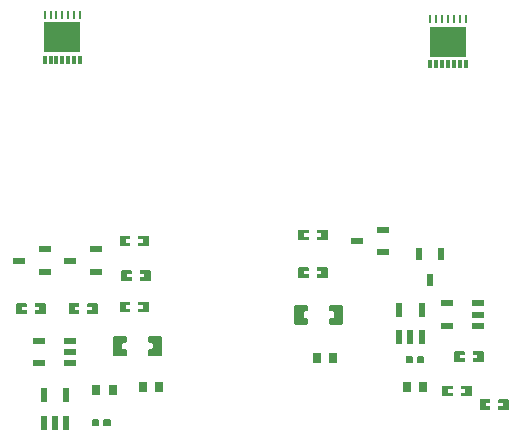
<source format=gtp>
G04 Layer: TopPasteMaskLayer*
G04 EasyEDA v6.5.29, 2023-07-14 00:53:27*
G04 c58a546ca1a14cb0a5025686437682f6,398929e9e95146ce9e037ed163e1f376,10*
G04 Gerber Generator version 0.2*
G04 Scale: 100 percent, Rotated: No, Reflected: No *
G04 Dimensions in millimeters *
G04 leading zeros omitted , absolute positions ,4 integer and 5 decimal *
%FSLAX45Y45*%
%MOMM*%

%AMMACRO1*21,1,$1,$2,0,0,$3*%
%ADD10R,0.8000X0.9000*%
%ADD11MACRO1,0.532X1.0375X90.0000*%
%ADD12R,0.5320X1.0375*%
%ADD13MACRO1,0.665X0.28X90.0000*%
%ADD14R,0.2800X0.6650*%
%ADD15MACRO1,2.6X3X90.0000*%
%ADD16R,1.0000X0.6000*%
%ADD17R,0.4900X1.1570*%
%ADD18R,0.4900X1.1750*%
%ADD19R,0.0186X1.1750*%

%LPD*%
G36*
X2277770Y-5292902D02*
G01*
X2272792Y-5297932D01*
X2272792Y-5342890D01*
X2277770Y-5347919D01*
X2325776Y-5347919D01*
X2332786Y-5342890D01*
X2332786Y-5297932D01*
X2325776Y-5292902D01*
G37*
G36*
X2375763Y-5292902D02*
G01*
X2368753Y-5297932D01*
X2368753Y-5342890D01*
X2375763Y-5347919D01*
X2423769Y-5347919D01*
X2428798Y-5342890D01*
X2428798Y-5297932D01*
X2423769Y-5292902D01*
G37*
G36*
X4932070Y-4759502D02*
G01*
X4927092Y-4764532D01*
X4927092Y-4809490D01*
X4932070Y-4814519D01*
X4980076Y-4814519D01*
X4987086Y-4809490D01*
X4987086Y-4764532D01*
X4980076Y-4759502D01*
G37*
G36*
X5030063Y-4759502D02*
G01*
X5023053Y-4764532D01*
X5023053Y-4809490D01*
X5030063Y-4814519D01*
X5078069Y-4814519D01*
X5083098Y-4809490D01*
X5083098Y-4764532D01*
X5078069Y-4759502D01*
G37*
G36*
X2237892Y-4310227D02*
G01*
X2232863Y-4315206D01*
X2232863Y-4338015D01*
X2269896Y-4338015D01*
X2269896Y-4371035D01*
X2232863Y-4371035D01*
X2232863Y-4395216D01*
X2237892Y-4400194D01*
X2317902Y-4400194D01*
X2322880Y-4395216D01*
X2322880Y-4315206D01*
X2317902Y-4310227D01*
G37*
G36*
X2078888Y-4310227D02*
G01*
X2073859Y-4315206D01*
X2073859Y-4395216D01*
X2078888Y-4400194D01*
X2157882Y-4400194D01*
X2162860Y-4395216D01*
X2162860Y-4371035D01*
X2124862Y-4371035D01*
X2124862Y-4338015D01*
X2162860Y-4338015D01*
X2162860Y-4315206D01*
X2157882Y-4310227D01*
G37*
G36*
X2669692Y-3738727D02*
G01*
X2664663Y-3743706D01*
X2664663Y-3766515D01*
X2701696Y-3766515D01*
X2701696Y-3799535D01*
X2664663Y-3799535D01*
X2664663Y-3823715D01*
X2669692Y-3828694D01*
X2749702Y-3828694D01*
X2754680Y-3823715D01*
X2754680Y-3743706D01*
X2749702Y-3738727D01*
G37*
G36*
X2510688Y-3738727D02*
G01*
X2505659Y-3743706D01*
X2505659Y-3823715D01*
X2510688Y-3828694D01*
X2589682Y-3828694D01*
X2594660Y-3823715D01*
X2594660Y-3799535D01*
X2556662Y-3799535D01*
X2556662Y-3766515D01*
X2594660Y-3766515D01*
X2594660Y-3743706D01*
X2589682Y-3738727D01*
G37*
G36*
X1793392Y-4310227D02*
G01*
X1788363Y-4315206D01*
X1788363Y-4338015D01*
X1825396Y-4338015D01*
X1825396Y-4371035D01*
X1788363Y-4371035D01*
X1788363Y-4395216D01*
X1793392Y-4400194D01*
X1873402Y-4400194D01*
X1878380Y-4395216D01*
X1878380Y-4315206D01*
X1873402Y-4310227D01*
G37*
G36*
X1634388Y-4310227D02*
G01*
X1629359Y-4315206D01*
X1629359Y-4395216D01*
X1634388Y-4400194D01*
X1713382Y-4400194D01*
X1718360Y-4395216D01*
X1718360Y-4371035D01*
X1680362Y-4371035D01*
X1680362Y-4338015D01*
X1718360Y-4338015D01*
X1718360Y-4315206D01*
X1713382Y-4310227D01*
G37*
G36*
X2682392Y-4030827D02*
G01*
X2677363Y-4035806D01*
X2677363Y-4058615D01*
X2714396Y-4058615D01*
X2714396Y-4091635D01*
X2677363Y-4091635D01*
X2677363Y-4115815D01*
X2682392Y-4120794D01*
X2762402Y-4120794D01*
X2767380Y-4115815D01*
X2767380Y-4035806D01*
X2762402Y-4030827D01*
G37*
G36*
X2523388Y-4030827D02*
G01*
X2518359Y-4035806D01*
X2518359Y-4115815D01*
X2523388Y-4120794D01*
X2602382Y-4120794D01*
X2607360Y-4115815D01*
X2607360Y-4091635D01*
X2569362Y-4091635D01*
X2569362Y-4058615D01*
X2607360Y-4058615D01*
X2607360Y-4035806D01*
X2602382Y-4030827D01*
G37*
G36*
X2669692Y-4297527D02*
G01*
X2664663Y-4302506D01*
X2664663Y-4325315D01*
X2701696Y-4325315D01*
X2701696Y-4358335D01*
X2664663Y-4358335D01*
X2664663Y-4382516D01*
X2669692Y-4387494D01*
X2749702Y-4387494D01*
X2754680Y-4382516D01*
X2754680Y-4302506D01*
X2749702Y-4297527D01*
G37*
G36*
X2510688Y-4297527D02*
G01*
X2505659Y-4302506D01*
X2505659Y-4382516D01*
X2510688Y-4387494D01*
X2589682Y-4387494D01*
X2594660Y-4382516D01*
X2594660Y-4358335D01*
X2556662Y-4358335D01*
X2556662Y-4325315D01*
X2594660Y-4325315D01*
X2594660Y-4302506D01*
X2589682Y-4297527D01*
G37*
G36*
X5501792Y-4716627D02*
G01*
X5496763Y-4721606D01*
X5496763Y-4744415D01*
X5533796Y-4744415D01*
X5533796Y-4777435D01*
X5496763Y-4777435D01*
X5496763Y-4801616D01*
X5501792Y-4806594D01*
X5581802Y-4806594D01*
X5586780Y-4801616D01*
X5586780Y-4721606D01*
X5581802Y-4716627D01*
G37*
G36*
X5342788Y-4716627D02*
G01*
X5337759Y-4721606D01*
X5337759Y-4801616D01*
X5342788Y-4806594D01*
X5421782Y-4806594D01*
X5426760Y-4801616D01*
X5426760Y-4777435D01*
X5388762Y-4777435D01*
X5388762Y-4744415D01*
X5426760Y-4744415D01*
X5426760Y-4721606D01*
X5421782Y-4716627D01*
G37*
G36*
X5717692Y-5123027D02*
G01*
X5712663Y-5128006D01*
X5712663Y-5150815D01*
X5749696Y-5150815D01*
X5749696Y-5183835D01*
X5712663Y-5183835D01*
X5712663Y-5208016D01*
X5717692Y-5212994D01*
X5797702Y-5212994D01*
X5802680Y-5208016D01*
X5802680Y-5128006D01*
X5797702Y-5123027D01*
G37*
G36*
X5558688Y-5123027D02*
G01*
X5553659Y-5128006D01*
X5553659Y-5208016D01*
X5558688Y-5212994D01*
X5637682Y-5212994D01*
X5642660Y-5208016D01*
X5642660Y-5183835D01*
X5604662Y-5183835D01*
X5604662Y-5150815D01*
X5642660Y-5150815D01*
X5642660Y-5128006D01*
X5637682Y-5123027D01*
G37*
G36*
X5400192Y-5008727D02*
G01*
X5395163Y-5013706D01*
X5395163Y-5036515D01*
X5432196Y-5036515D01*
X5432196Y-5069535D01*
X5395163Y-5069535D01*
X5395163Y-5093716D01*
X5400192Y-5098694D01*
X5480202Y-5098694D01*
X5485180Y-5093716D01*
X5485180Y-5013706D01*
X5480202Y-5008727D01*
G37*
G36*
X5241188Y-5008727D02*
G01*
X5236159Y-5013706D01*
X5236159Y-5093716D01*
X5241188Y-5098694D01*
X5320182Y-5098694D01*
X5325160Y-5093716D01*
X5325160Y-5069535D01*
X5287162Y-5069535D01*
X5287162Y-5036515D01*
X5325160Y-5036515D01*
X5325160Y-5013706D01*
X5320182Y-5008727D01*
G37*
G36*
X4180992Y-4005427D02*
G01*
X4175963Y-4010406D01*
X4175963Y-4033215D01*
X4212996Y-4033215D01*
X4212996Y-4066235D01*
X4175963Y-4066235D01*
X4175963Y-4090415D01*
X4180992Y-4095394D01*
X4261002Y-4095394D01*
X4265980Y-4090415D01*
X4265980Y-4010406D01*
X4261002Y-4005427D01*
G37*
G36*
X4021988Y-4005427D02*
G01*
X4016959Y-4010406D01*
X4016959Y-4090415D01*
X4021988Y-4095394D01*
X4100982Y-4095394D01*
X4105960Y-4090415D01*
X4105960Y-4066235D01*
X4067962Y-4066235D01*
X4067962Y-4033215D01*
X4105960Y-4033215D01*
X4105960Y-4010406D01*
X4100982Y-4005427D01*
G37*
G36*
X4180992Y-3687927D02*
G01*
X4175963Y-3692906D01*
X4175963Y-3715715D01*
X4212996Y-3715715D01*
X4212996Y-3748735D01*
X4175963Y-3748735D01*
X4175963Y-3772915D01*
X4180992Y-3777894D01*
X4261002Y-3777894D01*
X4265980Y-3772915D01*
X4265980Y-3692906D01*
X4261002Y-3687927D01*
G37*
G36*
X4021988Y-3687927D02*
G01*
X4016959Y-3692906D01*
X4016959Y-3772915D01*
X4021988Y-3777894D01*
X4100982Y-3777894D01*
X4105960Y-3772915D01*
X4105960Y-3748735D01*
X4067962Y-3748735D01*
X4067962Y-3715715D01*
X4105960Y-3715715D01*
X4105960Y-3692906D01*
X4100982Y-3687927D01*
G37*
G36*
X2753055Y-4587646D02*
G01*
X2743098Y-4597654D01*
X2743098Y-4633772D01*
X2753055Y-4643780D01*
X2774137Y-4643780D01*
X2784144Y-4653788D01*
X2784144Y-4691634D01*
X2774137Y-4701641D01*
X2753055Y-4701641D01*
X2743098Y-4711649D01*
X2743098Y-4747768D01*
X2753055Y-4757775D01*
X2853842Y-4757775D01*
X2863850Y-4747768D01*
X2863850Y-4597654D01*
X2853842Y-4587646D01*
G37*
G36*
X2457297Y-4587646D02*
G01*
X2447340Y-4597654D01*
X2447340Y-4747768D01*
X2457297Y-4757775D01*
X2558084Y-4757775D01*
X2568092Y-4747768D01*
X2568092Y-4711649D01*
X2558084Y-4701641D01*
X2537002Y-4701641D01*
X2526995Y-4691634D01*
X2526995Y-4653788D01*
X2537002Y-4643780D01*
X2558084Y-4643780D01*
X2568092Y-4633772D01*
X2568092Y-4597654D01*
X2558084Y-4587646D01*
G37*
G36*
X4289755Y-4320946D02*
G01*
X4279798Y-4330954D01*
X4279798Y-4367072D01*
X4289755Y-4377080D01*
X4310837Y-4377080D01*
X4320844Y-4387088D01*
X4320844Y-4424934D01*
X4310837Y-4434941D01*
X4289755Y-4434941D01*
X4279798Y-4444949D01*
X4279798Y-4481068D01*
X4289755Y-4491075D01*
X4390542Y-4491075D01*
X4400550Y-4481068D01*
X4400550Y-4330954D01*
X4390542Y-4320946D01*
G37*
G36*
X3993997Y-4320946D02*
G01*
X3984040Y-4330954D01*
X3984040Y-4481068D01*
X3993997Y-4491075D01*
X4094784Y-4491075D01*
X4104792Y-4481068D01*
X4104792Y-4444949D01*
X4094784Y-4434941D01*
X4073702Y-4434941D01*
X4063695Y-4424934D01*
X4063695Y-4387088D01*
X4073702Y-4377080D01*
X4094784Y-4377080D01*
X4104792Y-4367072D01*
X4104792Y-4330954D01*
X4094784Y-4320946D01*
G37*
D10*
G01*
X2446172Y-5041011D03*
G01*
X2306167Y-5041011D03*
G01*
X2839872Y-5015611D03*
G01*
X2699867Y-5015611D03*
G01*
X5075072Y-5015611D03*
G01*
X4935067Y-5015611D03*
G01*
X4313072Y-4774311D03*
G01*
X4173067Y-4774311D03*
D11*
G01*
X1876700Y-4043813D03*
G01*
X1876700Y-3853813D03*
G01*
X1656449Y-3948813D03*
G01*
X2308500Y-4043813D03*
G01*
X2308500Y-3853813D03*
G01*
X2088249Y-3948813D03*
D12*
G01*
X5227065Y-3889476D03*
G01*
X5037074Y-3889476D03*
G01*
X5132070Y-4109745D03*
D11*
G01*
X4734200Y-3878713D03*
G01*
X4734200Y-3688713D03*
G01*
X4513949Y-3783713D03*
D13*
G01*
X1870562Y-2247263D03*
G01*
X1920562Y-2247263D03*
G01*
X1970562Y-2247263D03*
G01*
X2020562Y-2247263D03*
G01*
X2070562Y-2247263D03*
G01*
X2120562Y-2247263D03*
G01*
X2170562Y-2247263D03*
D14*
G01*
X1870557Y-1865756D03*
G01*
X1920570Y-1865756D03*
G01*
X1970557Y-1865756D03*
G01*
X2020570Y-1865756D03*
G01*
X2070557Y-1865756D03*
G01*
X2120569Y-1865756D03*
G01*
X2170556Y-1865756D03*
D15*
G01*
X2020562Y-2056513D03*
D13*
G01*
X5134462Y-2285363D03*
G01*
X5184462Y-2285363D03*
G01*
X5234462Y-2285363D03*
G01*
X5284462Y-2285363D03*
G01*
X5334462Y-2285363D03*
G01*
X5384462Y-2285363D03*
G01*
X5434462Y-2285363D03*
D14*
G01*
X5134457Y-1903856D03*
G01*
X5184470Y-1903856D03*
G01*
X5234457Y-1903856D03*
G01*
X5284470Y-1903856D03*
G01*
X5334457Y-1903856D03*
G01*
X5384469Y-1903856D03*
G01*
X5434456Y-1903856D03*
D15*
G01*
X5284462Y-2094613D03*
D16*
G01*
X1827072Y-4818506D03*
G01*
X1827072Y-4628514D03*
G01*
X2087092Y-4628514D03*
G01*
X2087092Y-4723511D03*
G01*
X2087092Y-4818506D03*
G01*
X5281472Y-4501006D03*
G01*
X5281472Y-4311014D03*
G01*
X5541492Y-4311014D03*
G01*
X5541492Y-4406011D03*
G01*
X5541492Y-4501006D03*
D17*
G01*
X1862073Y-5321477D03*
G01*
X1957070Y-5321477D03*
G01*
X2052065Y-5321477D03*
D18*
G01*
X2052065Y-5090744D03*
G01*
X1862073Y-5090744D03*
D17*
G01*
X4871974Y-4597577D03*
G01*
X4966970Y-4597577D03*
G01*
X5061965Y-4597577D03*
D18*
G01*
X5061965Y-4366844D03*
G01*
X4871974Y-4366844D03*
M02*

</source>
